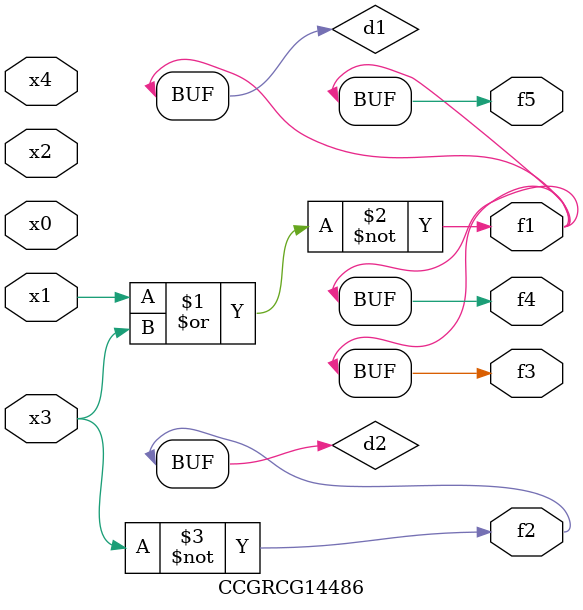
<source format=v>
module CCGRCG14486(
	input x0, x1, x2, x3, x4,
	output f1, f2, f3, f4, f5
);

	wire d1, d2;

	nor (d1, x1, x3);
	not (d2, x3);
	assign f1 = d1;
	assign f2 = d2;
	assign f3 = d1;
	assign f4 = d1;
	assign f5 = d1;
endmodule

</source>
